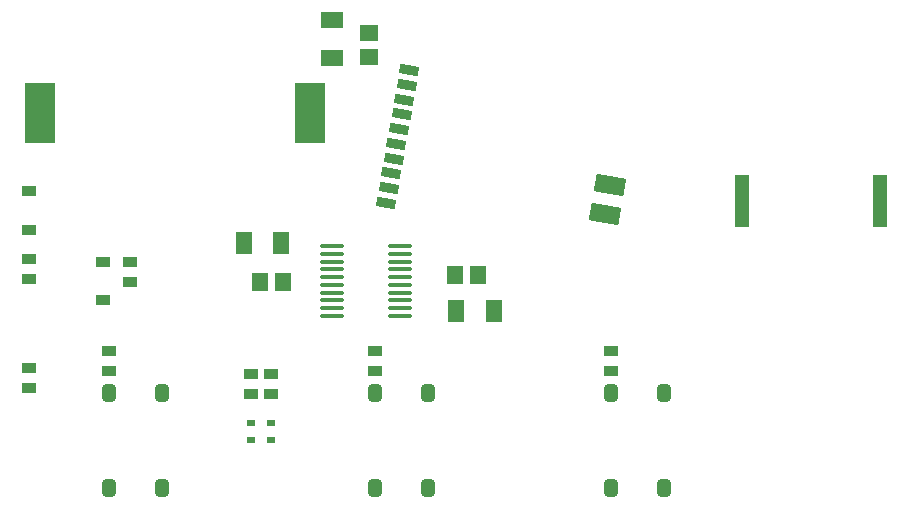
<source format=gtp>
G04*
G04 #@! TF.GenerationSoftware,Altium Limited,Altium Designer,19.0.15 (446)*
G04*
G04 Layer_Color=8421504*
%FSLAX25Y25*%
%MOIN*%
G70*
G01*
G75*
G04:AMPARAMS|DCode=17|XSize=62.99mil|YSize=31.5mil|CornerRadius=0mil|HoleSize=0mil|Usage=FLASHONLY|Rotation=350.000|XOffset=0mil|YOffset=0mil|HoleType=Round|Shape=Rectangle|*
%AMROTATEDRECTD17*
4,1,4,-0.03375,-0.01004,-0.02828,0.02098,0.03375,0.01004,0.02828,-0.02098,-0.03375,-0.01004,0.0*
%
%ADD17ROTATEDRECTD17*%

G04:AMPARAMS|DCode=18|XSize=100mil|YSize=59.06mil|CornerRadius=0mil|HoleSize=0mil|Usage=FLASHONLY|Rotation=350.000|XOffset=0mil|YOffset=0mil|HoleType=Round|Shape=Rectangle|*
%AMROTATEDRECTD18*
4,1,4,-0.05437,-0.02040,-0.04411,0.03776,0.05437,0.02040,0.04411,-0.03776,-0.05437,-0.02040,0.0*
%
%ADD18ROTATEDRECTD18*%

%ADD19R,0.05118X0.03347*%
%ADD20R,0.05118X0.17717*%
%ADD21R,0.05315X0.07480*%
%ADD22R,0.05315X0.06102*%
%ADD23O,0.08268X0.01378*%
%ADD24R,0.07480X0.05315*%
%ADD25R,0.06102X0.05315*%
%ADD26R,0.09843X0.20079*%
%ADD27R,0.04803X0.03602*%
%ADD28R,0.03150X0.02362*%
G04:AMPARAMS|DCode=29|XSize=57mil|YSize=45mil|CornerRadius=11.25mil|HoleSize=0mil|Usage=FLASHONLY|Rotation=90.000|XOffset=0mil|YOffset=0mil|HoleType=Round|Shape=RoundedRectangle|*
%AMROUNDEDRECTD29*
21,1,0.05700,0.02250,0,0,90.0*
21,1,0.03450,0.04500,0,0,90.0*
1,1,0.02250,0.01125,0.01725*
1,1,0.02250,0.01125,-0.01725*
1,1,0.02250,-0.01125,-0.01725*
1,1,0.02250,-0.01125,0.01725*
%
%ADD29ROUNDEDRECTD29*%
D17*
X138502Y138212D02*
D03*
X137634Y133288D02*
D03*
X136766Y128364D02*
D03*
X135897Y123440D02*
D03*
X135029Y118516D02*
D03*
X134161Y113592D02*
D03*
X133293Y108667D02*
D03*
X132424Y103743D02*
D03*
X131556Y98819D02*
D03*
X130688Y93895D02*
D03*
D18*
X203801Y90238D02*
D03*
X205504Y99892D02*
D03*
D19*
X11811Y38780D02*
D03*
Y32087D02*
D03*
Y75197D02*
D03*
Y68504D02*
D03*
X45276Y67520D02*
D03*
Y74213D02*
D03*
X92520Y36811D02*
D03*
Y30118D02*
D03*
X85630D02*
D03*
Y36811D02*
D03*
X38386Y37992D02*
D03*
Y44685D02*
D03*
X205748Y37992D02*
D03*
Y44685D02*
D03*
X127008Y44685D02*
D03*
Y37992D02*
D03*
D20*
X249213Y94488D02*
D03*
X295276D02*
D03*
D21*
X166732Y58071D02*
D03*
X154134D02*
D03*
X83268Y80709D02*
D03*
X95866D02*
D03*
D22*
X161417Y69882D02*
D03*
X153543D02*
D03*
X88583Y67520D02*
D03*
X96457D02*
D03*
D23*
X112638Y79429D02*
D03*
Y76870D02*
D03*
Y74311D02*
D03*
Y71752D02*
D03*
Y69193D02*
D03*
Y66634D02*
D03*
Y64075D02*
D03*
Y61516D02*
D03*
Y58957D02*
D03*
Y56398D02*
D03*
X135472Y79429D02*
D03*
Y76870D02*
D03*
Y74311D02*
D03*
Y71752D02*
D03*
Y69193D02*
D03*
Y66634D02*
D03*
Y64075D02*
D03*
Y61516D02*
D03*
Y58957D02*
D03*
Y56398D02*
D03*
D24*
X112638Y154921D02*
D03*
Y142323D02*
D03*
D25*
X125000Y150591D02*
D03*
Y142717D02*
D03*
D26*
X15315Y123858D02*
D03*
X105315D02*
D03*
D27*
X11811Y97894D02*
D03*
Y85000D02*
D03*
X36417Y61466D02*
D03*
Y74360D02*
D03*
D28*
X92520Y14862D02*
D03*
Y20571D02*
D03*
X85630Y14862D02*
D03*
Y20571D02*
D03*
D29*
X56102Y-984D02*
D03*
Y30551D02*
D03*
X38425Y-984D02*
D03*
Y30551D02*
D03*
X223425Y-984D02*
D03*
Y30551D02*
D03*
X205748Y-984D02*
D03*
Y30551D02*
D03*
X144685Y-984D02*
D03*
Y30551D02*
D03*
X127008Y-984D02*
D03*
Y30551D02*
D03*
M02*

</source>
